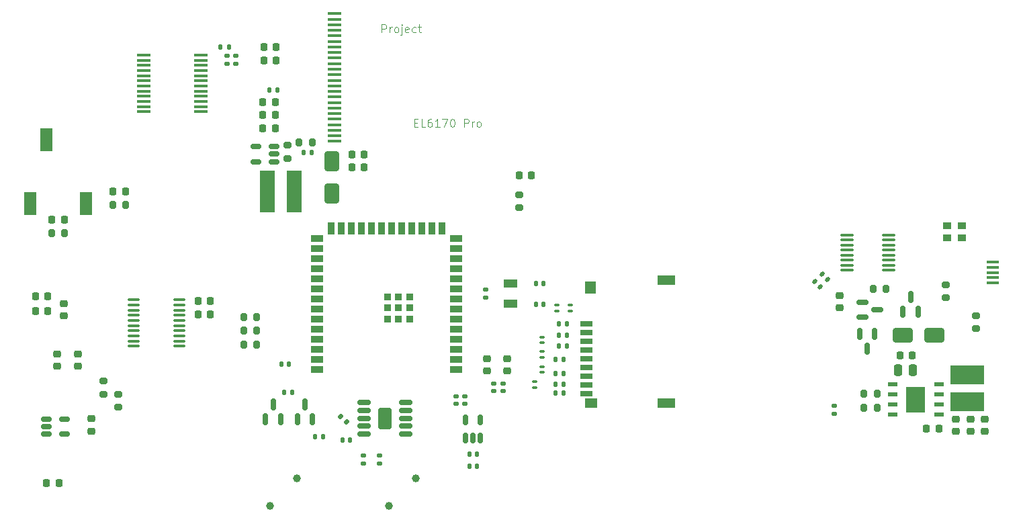
<source format=gbr>
%TF.GenerationSoftware,KiCad,Pcbnew,8.0.5-8.0.5-0~ubuntu24.04.1*%
%TF.CreationDate,2024-10-16T00:53:39+08:00*%
%TF.ProjectId,EL6170_Pro_Max_Plus,454c3631-3730-45f5-9072-6f5f4d61785f,rev?*%
%TF.SameCoordinates,Original*%
%TF.FileFunction,Paste,Top*%
%TF.FilePolarity,Positive*%
%FSLAX46Y46*%
G04 Gerber Fmt 4.6, Leading zero omitted, Abs format (unit mm)*
G04 Created by KiCad (PCBNEW 8.0.5-8.0.5-0~ubuntu24.04.1) date 2024-10-16 00:53:39*
%MOMM*%
%LPD*%
G01*
G04 APERTURE LIST*
G04 Aperture macros list*
%AMRoundRect*
0 Rectangle with rounded corners*
0 $1 Rounding radius*
0 $2 $3 $4 $5 $6 $7 $8 $9 X,Y pos of 4 corners*
0 Add a 4 corners polygon primitive as box body*
4,1,4,$2,$3,$4,$5,$6,$7,$8,$9,$2,$3,0*
0 Add four circle primitives for the rounded corners*
1,1,$1+$1,$2,$3*
1,1,$1+$1,$4,$5*
1,1,$1+$1,$6,$7*
1,1,$1+$1,$8,$9*
0 Add four rect primitives between the rounded corners*
20,1,$1+$1,$2,$3,$4,$5,0*
20,1,$1+$1,$4,$5,$6,$7,0*
20,1,$1+$1,$6,$7,$8,$9,0*
20,1,$1+$1,$8,$9,$2,$3,0*%
G04 Aperture macros list end*
%ADD10C,0.100000*%
%ADD11RoundRect,0.140000X0.140000X0.170000X-0.140000X0.170000X-0.140000X-0.170000X0.140000X-0.170000X0*%
%ADD12RoundRect,0.135000X0.135000X0.185000X-0.135000X0.185000X-0.135000X-0.185000X0.135000X-0.185000X0*%
%ADD13RoundRect,0.200000X0.200000X0.275000X-0.200000X0.275000X-0.200000X-0.275000X0.200000X-0.275000X0*%
%ADD14RoundRect,0.140000X0.219203X0.021213X0.021213X0.219203X-0.219203X-0.021213X-0.021213X-0.219203X0*%
%ADD15RoundRect,0.150000X0.150000X-0.587500X0.150000X0.587500X-0.150000X0.587500X-0.150000X-0.587500X0*%
%ADD16RoundRect,0.225000X0.225000X0.250000X-0.225000X0.250000X-0.225000X-0.250000X0.225000X-0.250000X0*%
%ADD17RoundRect,0.140000X-0.170000X0.140000X-0.170000X-0.140000X0.170000X-0.140000X0.170000X0.140000X0*%
%ADD18RoundRect,0.200000X-0.275000X0.200000X-0.275000X-0.200000X0.275000X-0.200000X0.275000X0.200000X0*%
%ADD19RoundRect,0.100000X-0.637500X-0.100000X0.637500X-0.100000X0.637500X0.100000X-0.637500X0.100000X0*%
%ADD20RoundRect,0.225000X-0.225000X-0.250000X0.225000X-0.250000X0.225000X0.250000X-0.225000X0.250000X0*%
%ADD21RoundRect,0.135000X-0.185000X0.135000X-0.185000X-0.135000X0.185000X-0.135000X0.185000X0.135000X0*%
%ADD22RoundRect,0.225000X0.250000X-0.225000X0.250000X0.225000X-0.250000X0.225000X-0.250000X-0.225000X0*%
%ADD23RoundRect,0.140000X-0.140000X-0.170000X0.140000X-0.170000X0.140000X0.170000X-0.140000X0.170000X0*%
%ADD24RoundRect,0.225000X-0.250000X0.225000X-0.250000X-0.225000X0.250000X-0.225000X0.250000X0.225000X0*%
%ADD25R,1.600000X0.700000*%
%ADD26R,1.600000X1.200000*%
%ADD27R,2.200000X1.200000*%
%ADD28R,1.400000X1.600000*%
%ADD29RoundRect,0.200000X-0.200000X-0.275000X0.200000X-0.275000X0.200000X0.275000X-0.200000X0.275000X0*%
%ADD30RoundRect,0.135000X-0.135000X-0.185000X0.135000X-0.185000X0.135000X0.185000X-0.135000X0.185000X0*%
%ADD31RoundRect,0.050000X0.250000X-0.100000X0.250000X0.100000X-0.250000X0.100000X-0.250000X-0.100000X0*%
%ADD32RoundRect,0.150000X0.150000X-0.512500X0.150000X0.512500X-0.150000X0.512500X-0.150000X-0.512500X0*%
%ADD33RoundRect,0.135000X0.226274X0.035355X0.035355X0.226274X-0.226274X-0.035355X-0.035355X-0.226274X0*%
%ADD34RoundRect,0.150000X-0.512500X-0.150000X0.512500X-0.150000X0.512500X0.150000X-0.512500X0.150000X0*%
%ADD35R,4.300000X2.400000*%
%ADD36RoundRect,0.050000X-0.250000X0.100000X-0.250000X-0.100000X0.250000X-0.100000X0.250000X0.100000X0*%
%ADD37R,1.500000X3.000000*%
%ADD38RoundRect,0.250000X-0.650000X1.000000X-0.650000X-1.000000X0.650000X-1.000000X0.650000X1.000000X0*%
%ADD39RoundRect,0.150000X-0.150000X0.587500X-0.150000X-0.587500X0.150000X-0.587500X0.150000X0.587500X0*%
%ADD40RoundRect,0.150000X-0.587500X-0.150000X0.587500X-0.150000X0.587500X0.150000X-0.587500X0.150000X0*%
%ADD41RoundRect,0.140000X0.170000X-0.140000X0.170000X0.140000X-0.170000X0.140000X-0.170000X-0.140000X0*%
%ADD42R,1.600000X0.400000*%
%ADD43C,1.000000*%
%ADD44R,1.000000X0.900000*%
%ADD45RoundRect,0.250000X0.595000X1.080000X-0.595000X1.080000X-0.595000X-1.080000X0.595000X-1.080000X0*%
%ADD46RoundRect,0.150000X0.687500X0.150000X-0.687500X0.150000X-0.687500X-0.150000X0.687500X-0.150000X0*%
%ADD47RoundRect,0.100000X-0.712500X-0.100000X0.712500X-0.100000X0.712500X0.100000X-0.712500X0.100000X0*%
%ADD48RoundRect,0.200000X0.275000X-0.200000X0.275000X0.200000X-0.275000X0.200000X-0.275000X-0.200000X0*%
%ADD49RoundRect,0.250000X-1.000000X-0.650000X1.000000X-0.650000X1.000000X0.650000X-1.000000X0.650000X0*%
%ADD50R,1.900000X5.300000*%
%ADD51R,1.750000X0.450000*%
%ADD52RoundRect,0.218750X-0.218750X-0.256250X0.218750X-0.256250X0.218750X0.256250X-0.218750X0.256250X0*%
%ADD53R,0.900000X0.900000*%
%ADD54R,1.500000X0.900000*%
%ADD55R,0.900000X1.500000*%
%ADD56RoundRect,0.135000X0.185000X-0.135000X0.185000X0.135000X-0.185000X0.135000X-0.185000X-0.135000X0*%
%ADD57R,1.800000X0.400000*%
%ADD58R,1.200000X0.600000*%
%ADD59R,2.400000X3.300000*%
%ADD60RoundRect,0.150000X0.512500X0.150000X-0.512500X0.150000X-0.512500X-0.150000X0.512500X-0.150000X0*%
%ADD61RoundRect,0.250000X-0.250000X-0.475000X0.250000X-0.475000X0.250000X0.475000X-0.250000X0.475000X0*%
%ADD62R,1.800000X1.000000*%
G04 APERTURE END LIST*
D10*
X138403884Y-70072419D02*
X138403884Y-69072419D01*
X138403884Y-69072419D02*
X138784836Y-69072419D01*
X138784836Y-69072419D02*
X138880074Y-69120038D01*
X138880074Y-69120038D02*
X138927693Y-69167657D01*
X138927693Y-69167657D02*
X138975312Y-69262895D01*
X138975312Y-69262895D02*
X138975312Y-69405752D01*
X138975312Y-69405752D02*
X138927693Y-69500990D01*
X138927693Y-69500990D02*
X138880074Y-69548609D01*
X138880074Y-69548609D02*
X138784836Y-69596228D01*
X138784836Y-69596228D02*
X138403884Y-69596228D01*
X139403884Y-70072419D02*
X139403884Y-69405752D01*
X139403884Y-69596228D02*
X139451503Y-69500990D01*
X139451503Y-69500990D02*
X139499122Y-69453371D01*
X139499122Y-69453371D02*
X139594360Y-69405752D01*
X139594360Y-69405752D02*
X139689598Y-69405752D01*
X140165789Y-70072419D02*
X140070551Y-70024800D01*
X140070551Y-70024800D02*
X140022932Y-69977180D01*
X140022932Y-69977180D02*
X139975313Y-69881942D01*
X139975313Y-69881942D02*
X139975313Y-69596228D01*
X139975313Y-69596228D02*
X140022932Y-69500990D01*
X140022932Y-69500990D02*
X140070551Y-69453371D01*
X140070551Y-69453371D02*
X140165789Y-69405752D01*
X140165789Y-69405752D02*
X140308646Y-69405752D01*
X140308646Y-69405752D02*
X140403884Y-69453371D01*
X140403884Y-69453371D02*
X140451503Y-69500990D01*
X140451503Y-69500990D02*
X140499122Y-69596228D01*
X140499122Y-69596228D02*
X140499122Y-69881942D01*
X140499122Y-69881942D02*
X140451503Y-69977180D01*
X140451503Y-69977180D02*
X140403884Y-70024800D01*
X140403884Y-70024800D02*
X140308646Y-70072419D01*
X140308646Y-70072419D02*
X140165789Y-70072419D01*
X140927694Y-69405752D02*
X140927694Y-70262895D01*
X140927694Y-70262895D02*
X140880075Y-70358133D01*
X140880075Y-70358133D02*
X140784837Y-70405752D01*
X140784837Y-70405752D02*
X140737218Y-70405752D01*
X140927694Y-69072419D02*
X140880075Y-69120038D01*
X140880075Y-69120038D02*
X140927694Y-69167657D01*
X140927694Y-69167657D02*
X140975313Y-69120038D01*
X140975313Y-69120038D02*
X140927694Y-69072419D01*
X140927694Y-69072419D02*
X140927694Y-69167657D01*
X141784836Y-70024800D02*
X141689598Y-70072419D01*
X141689598Y-70072419D02*
X141499122Y-70072419D01*
X141499122Y-70072419D02*
X141403884Y-70024800D01*
X141403884Y-70024800D02*
X141356265Y-69929561D01*
X141356265Y-69929561D02*
X141356265Y-69548609D01*
X141356265Y-69548609D02*
X141403884Y-69453371D01*
X141403884Y-69453371D02*
X141499122Y-69405752D01*
X141499122Y-69405752D02*
X141689598Y-69405752D01*
X141689598Y-69405752D02*
X141784836Y-69453371D01*
X141784836Y-69453371D02*
X141832455Y-69548609D01*
X141832455Y-69548609D02*
X141832455Y-69643847D01*
X141832455Y-69643847D02*
X141356265Y-69739085D01*
X142689598Y-70024800D02*
X142594360Y-70072419D01*
X142594360Y-70072419D02*
X142403884Y-70072419D01*
X142403884Y-70072419D02*
X142308646Y-70024800D01*
X142308646Y-70024800D02*
X142261027Y-69977180D01*
X142261027Y-69977180D02*
X142213408Y-69881942D01*
X142213408Y-69881942D02*
X142213408Y-69596228D01*
X142213408Y-69596228D02*
X142261027Y-69500990D01*
X142261027Y-69500990D02*
X142308646Y-69453371D01*
X142308646Y-69453371D02*
X142403884Y-69405752D01*
X142403884Y-69405752D02*
X142594360Y-69405752D01*
X142594360Y-69405752D02*
X142689598Y-69453371D01*
X142975313Y-69405752D02*
X143356265Y-69405752D01*
X143118170Y-69072419D02*
X143118170Y-69929561D01*
X143118170Y-69929561D02*
X143165789Y-70024800D01*
X143165789Y-70024800D02*
X143261027Y-70072419D01*
X143261027Y-70072419D02*
X143356265Y-70072419D01*
X142503884Y-81448609D02*
X142837217Y-81448609D01*
X142980074Y-81972419D02*
X142503884Y-81972419D01*
X142503884Y-81972419D02*
X142503884Y-80972419D01*
X142503884Y-80972419D02*
X142980074Y-80972419D01*
X143884836Y-81972419D02*
X143408646Y-81972419D01*
X143408646Y-81972419D02*
X143408646Y-80972419D01*
X144646741Y-80972419D02*
X144456265Y-80972419D01*
X144456265Y-80972419D02*
X144361027Y-81020038D01*
X144361027Y-81020038D02*
X144313408Y-81067657D01*
X144313408Y-81067657D02*
X144218170Y-81210514D01*
X144218170Y-81210514D02*
X144170551Y-81400990D01*
X144170551Y-81400990D02*
X144170551Y-81781942D01*
X144170551Y-81781942D02*
X144218170Y-81877180D01*
X144218170Y-81877180D02*
X144265789Y-81924800D01*
X144265789Y-81924800D02*
X144361027Y-81972419D01*
X144361027Y-81972419D02*
X144551503Y-81972419D01*
X144551503Y-81972419D02*
X144646741Y-81924800D01*
X144646741Y-81924800D02*
X144694360Y-81877180D01*
X144694360Y-81877180D02*
X144741979Y-81781942D01*
X144741979Y-81781942D02*
X144741979Y-81543847D01*
X144741979Y-81543847D02*
X144694360Y-81448609D01*
X144694360Y-81448609D02*
X144646741Y-81400990D01*
X144646741Y-81400990D02*
X144551503Y-81353371D01*
X144551503Y-81353371D02*
X144361027Y-81353371D01*
X144361027Y-81353371D02*
X144265789Y-81400990D01*
X144265789Y-81400990D02*
X144218170Y-81448609D01*
X144218170Y-81448609D02*
X144170551Y-81543847D01*
X145694360Y-81972419D02*
X145122932Y-81972419D01*
X145408646Y-81972419D02*
X145408646Y-80972419D01*
X145408646Y-80972419D02*
X145313408Y-81115276D01*
X145313408Y-81115276D02*
X145218170Y-81210514D01*
X145218170Y-81210514D02*
X145122932Y-81258133D01*
X146027694Y-80972419D02*
X146694360Y-80972419D01*
X146694360Y-80972419D02*
X146265789Y-81972419D01*
X147265789Y-80972419D02*
X147361027Y-80972419D01*
X147361027Y-80972419D02*
X147456265Y-81020038D01*
X147456265Y-81020038D02*
X147503884Y-81067657D01*
X147503884Y-81067657D02*
X147551503Y-81162895D01*
X147551503Y-81162895D02*
X147599122Y-81353371D01*
X147599122Y-81353371D02*
X147599122Y-81591466D01*
X147599122Y-81591466D02*
X147551503Y-81781942D01*
X147551503Y-81781942D02*
X147503884Y-81877180D01*
X147503884Y-81877180D02*
X147456265Y-81924800D01*
X147456265Y-81924800D02*
X147361027Y-81972419D01*
X147361027Y-81972419D02*
X147265789Y-81972419D01*
X147265789Y-81972419D02*
X147170551Y-81924800D01*
X147170551Y-81924800D02*
X147122932Y-81877180D01*
X147122932Y-81877180D02*
X147075313Y-81781942D01*
X147075313Y-81781942D02*
X147027694Y-81591466D01*
X147027694Y-81591466D02*
X147027694Y-81353371D01*
X147027694Y-81353371D02*
X147075313Y-81162895D01*
X147075313Y-81162895D02*
X147122932Y-81067657D01*
X147122932Y-81067657D02*
X147170551Y-81020038D01*
X147170551Y-81020038D02*
X147265789Y-80972419D01*
X148789599Y-81972419D02*
X148789599Y-80972419D01*
X148789599Y-80972419D02*
X149170551Y-80972419D01*
X149170551Y-80972419D02*
X149265789Y-81020038D01*
X149265789Y-81020038D02*
X149313408Y-81067657D01*
X149313408Y-81067657D02*
X149361027Y-81162895D01*
X149361027Y-81162895D02*
X149361027Y-81305752D01*
X149361027Y-81305752D02*
X149313408Y-81400990D01*
X149313408Y-81400990D02*
X149265789Y-81448609D01*
X149265789Y-81448609D02*
X149170551Y-81496228D01*
X149170551Y-81496228D02*
X148789599Y-81496228D01*
X149789599Y-81972419D02*
X149789599Y-81305752D01*
X149789599Y-81496228D02*
X149837218Y-81400990D01*
X149837218Y-81400990D02*
X149884837Y-81353371D01*
X149884837Y-81353371D02*
X149980075Y-81305752D01*
X149980075Y-81305752D02*
X150075313Y-81305752D01*
X150551504Y-81972419D02*
X150456266Y-81924800D01*
X150456266Y-81924800D02*
X150408647Y-81877180D01*
X150408647Y-81877180D02*
X150361028Y-81781942D01*
X150361028Y-81781942D02*
X150361028Y-81496228D01*
X150361028Y-81496228D02*
X150408647Y-81400990D01*
X150408647Y-81400990D02*
X150456266Y-81353371D01*
X150456266Y-81353371D02*
X150551504Y-81305752D01*
X150551504Y-81305752D02*
X150694361Y-81305752D01*
X150694361Y-81305752D02*
X150789599Y-81353371D01*
X150789599Y-81353371D02*
X150837218Y-81400990D01*
X150837218Y-81400990D02*
X150884837Y-81496228D01*
X150884837Y-81496228D02*
X150884837Y-81781942D01*
X150884837Y-81781942D02*
X150837218Y-81877180D01*
X150837218Y-81877180D02*
X150789599Y-81924800D01*
X150789599Y-81924800D02*
X150694361Y-81972419D01*
X150694361Y-81972419D02*
X150551504Y-81972419D01*
D11*
%TO.C,C48*%
X158780000Y-101700000D03*
X157820000Y-101700000D03*
%TD*%
D12*
%TO.C,R24*%
X161310000Y-115550000D03*
X160290000Y-115550000D03*
%TD*%
D13*
%TO.C,R23*%
X200825000Y-117400000D03*
X199175000Y-117400000D03*
%TD*%
D11*
%TO.C,C47*%
X158780000Y-104300000D03*
X157820000Y-104300000D03*
%TD*%
D14*
%TO.C,C25*%
X194589411Y-101189411D03*
X193910589Y-100510589D03*
%TD*%
D12*
%TO.C,R30*%
X161710000Y-106750000D03*
X160690000Y-106750000D03*
%TD*%
D15*
%TO.C,Q3*%
X204100000Y-105237500D03*
X206000000Y-105237500D03*
X205050000Y-103362500D03*
%TD*%
D16*
%TO.C,C7*%
X124975000Y-78850000D03*
X123425000Y-78850000D03*
%TD*%
D17*
%TO.C,C44*%
X152500000Y-114320000D03*
X152500000Y-115280000D03*
%TD*%
D18*
%TO.C,R18*%
X103300000Y-114000000D03*
X103300000Y-115650000D03*
%TD*%
D19*
%TO.C,U9*%
X107137500Y-103775000D03*
X107137500Y-104425000D03*
X107137500Y-105075000D03*
X107137500Y-105725000D03*
X107137500Y-106375000D03*
X107137500Y-107025000D03*
X107137500Y-107675000D03*
X107137500Y-108325000D03*
X107137500Y-108975000D03*
X107137500Y-109625000D03*
X112862500Y-109625000D03*
X112862500Y-108975000D03*
X112862500Y-108325000D03*
X112862500Y-107675000D03*
X112862500Y-107025000D03*
X112862500Y-106375000D03*
X112862500Y-105725000D03*
X112862500Y-105075000D03*
X112862500Y-104425000D03*
X112862500Y-103775000D03*
%TD*%
D20*
%TO.C,C4*%
X134625000Y-87100000D03*
X136175000Y-87100000D03*
%TD*%
D21*
%TO.C,R25*%
X120000000Y-72990000D03*
X120000000Y-74010000D03*
%TD*%
D20*
%TO.C,C3*%
X136175000Y-85425000D03*
X134625000Y-85425000D03*
%TD*%
D22*
%TO.C,C34*%
X100062500Y-112150000D03*
X100062500Y-110600000D03*
%TD*%
D23*
%TO.C,C20*%
X125720000Y-111900000D03*
X126680000Y-111900000D03*
%TD*%
D24*
%TO.C,C40*%
X214400000Y-118825000D03*
X214400000Y-120375000D03*
%TD*%
D25*
%TO.C,J2*%
X164200000Y-106800000D03*
X164200000Y-107900000D03*
X164200000Y-109000000D03*
X164200000Y-110100000D03*
X164200000Y-111200000D03*
X164200000Y-112300000D03*
X164200000Y-113400000D03*
X164200000Y-114500000D03*
X164200000Y-115600000D03*
D26*
X164800000Y-116800000D03*
D27*
X174300000Y-116800000D03*
X174300000Y-101300000D03*
D28*
X164700000Y-102200000D03*
%TD*%
D24*
%TO.C,C46*%
X196150000Y-103200000D03*
X196150000Y-104750000D03*
%TD*%
D29*
%TO.C,R17*%
X120975000Y-109380000D03*
X122625000Y-109380000D03*
%TD*%
D30*
%TO.C,R9*%
X126090000Y-115400000D03*
X127110000Y-115400000D03*
%TD*%
D11*
%TO.C,C16*%
X150380000Y-124700000D03*
X149420000Y-124700000D03*
%TD*%
D13*
%TO.C,R12*%
X129625000Y-83900000D03*
X127975000Y-83900000D03*
%TD*%
D24*
%TO.C,C35*%
X97500000Y-110600000D03*
X97500000Y-112150000D03*
%TD*%
%TO.C,C41*%
X212600000Y-118825000D03*
X212600000Y-120375000D03*
%TD*%
D31*
%TO.C,D8*%
X158600000Y-112900000D03*
X158600000Y-112200000D03*
%TD*%
D32*
%TO.C,U5*%
X148950000Y-121187500D03*
X149900000Y-121187500D03*
X150850000Y-121187500D03*
X150850000Y-118912500D03*
X148950000Y-118912500D03*
%TD*%
D21*
%TO.C,R6*%
X138100000Y-123390000D03*
X138100000Y-124410000D03*
%TD*%
D24*
%TO.C,C29*%
X98300000Y-104225000D03*
X98300000Y-105775000D03*
%TD*%
D33*
%TO.C,R7*%
X133960624Y-119160624D03*
X133239376Y-118439376D03*
%TD*%
D21*
%TO.C,R32*%
X118900000Y-72990000D03*
X118900000Y-74010000D03*
%TD*%
D34*
%TO.C,U10*%
X96114545Y-118773345D03*
X96114545Y-119723345D03*
X96114545Y-120673345D03*
X98389545Y-120673345D03*
X98389545Y-118773345D03*
%TD*%
D12*
%TO.C,R8*%
X131000000Y-121000000D03*
X129980000Y-121000000D03*
%TD*%
D24*
%TO.C,C42*%
X210800000Y-118825000D03*
X210800000Y-120375000D03*
%TD*%
D35*
%TO.C,L6*%
X212200000Y-113200000D03*
X212200000Y-116600000D03*
%TD*%
D36*
%TO.C,D10*%
X162200000Y-104450000D03*
X162200000Y-105150000D03*
%TD*%
D31*
%TO.C,D7*%
X158600000Y-111000000D03*
X158600000Y-110300000D03*
%TD*%
D21*
%TO.C,R5*%
X136100000Y-123390000D03*
X136100000Y-124410000D03*
%TD*%
D37*
%TO.C,Audio1*%
X94100000Y-91600000D03*
X96100000Y-83600000D03*
X101100000Y-91600000D03*
%TD*%
D38*
%TO.C,D3*%
X132100000Y-86325000D03*
X132100000Y-90325000D03*
%TD*%
D29*
%TO.C,R13*%
X104475000Y-91800000D03*
X106125000Y-91800000D03*
%TD*%
D14*
%TO.C,C24*%
X193639411Y-102139411D03*
X192960589Y-101460589D03*
%TD*%
D39*
%TO.C,Q4*%
X200550000Y-108062500D03*
X198650000Y-108062500D03*
X199600000Y-109937500D03*
%TD*%
D18*
%TO.C,R34*%
X213300000Y-105775000D03*
X213300000Y-107425000D03*
%TD*%
D12*
%TO.C,R26*%
X161710000Y-109550000D03*
X160690000Y-109550000D03*
%TD*%
D30*
%TO.C,R1*%
X124190000Y-77300000D03*
X125210000Y-77300000D03*
%TD*%
D40*
%TO.C,Q5*%
X198962500Y-104050000D03*
X198962500Y-105950000D03*
X200837500Y-105000000D03*
%TD*%
D41*
%TO.C,C18*%
X147800000Y-116900000D03*
X147800000Y-115940000D03*
%TD*%
D20*
%TO.C,C28*%
X96825000Y-93700000D03*
X98375000Y-93700000D03*
%TD*%
D13*
%TO.C,R21*%
X200825000Y-115600000D03*
X199175000Y-115600000D03*
%TD*%
D17*
%TO.C,C45*%
X153700000Y-114320000D03*
X153700000Y-115280000D03*
%TD*%
D16*
%TO.C,C1*%
X125075000Y-71950000D03*
X123525000Y-71950000D03*
%TD*%
D42*
%TO.C,USB1*%
X215400000Y-101630000D03*
X215400000Y-100980000D03*
X215400000Y-100330000D03*
X215400000Y-99680000D03*
X215400000Y-99030000D03*
%TD*%
D43*
%TO.C,SWRST1*%
X124300000Y-129700000D03*
X127700000Y-126300000D03*
%TD*%
D20*
%TO.C,C27*%
X104525000Y-90100000D03*
X106075000Y-90100000D03*
%TD*%
D12*
%TO.C,R28*%
X161310000Y-113050000D03*
X160290000Y-113050000D03*
%TD*%
D20*
%TO.C,C31*%
X94725000Y-103300000D03*
X96275000Y-103300000D03*
%TD*%
D44*
%TO.C,X2*%
X209680000Y-95980000D03*
X211520000Y-95980000D03*
X211520000Y-94420000D03*
X209680000Y-94420000D03*
%TD*%
D29*
%TO.C,R16*%
X120975000Y-107680000D03*
X122625000Y-107680000D03*
%TD*%
D16*
%TO.C,C6*%
X124975000Y-80500000D03*
X123425000Y-80500000D03*
%TD*%
D45*
%TO.C,U6*%
X138800000Y-118700000D03*
D46*
X141437500Y-120700000D03*
X141437500Y-119700000D03*
X141437500Y-118700000D03*
X141437500Y-117700000D03*
X141437500Y-116700000D03*
X136162500Y-116700000D03*
X136162500Y-117700000D03*
X136162500Y-118700000D03*
X136162500Y-119700000D03*
X136162500Y-120700000D03*
%TD*%
D47*
%TO.C,U8*%
X197050000Y-95577500D03*
X197050000Y-96212500D03*
X197050000Y-96847500D03*
X197050000Y-97482500D03*
X197050000Y-98117500D03*
X197050000Y-98752500D03*
X197050000Y-99387500D03*
X197050000Y-100022500D03*
X202325000Y-100022500D03*
X202325000Y-99387500D03*
X202325000Y-98752500D03*
X202325000Y-98117500D03*
X202325000Y-97482500D03*
X202325000Y-96847500D03*
X202325000Y-96212500D03*
X202325000Y-95577500D03*
%TD*%
D48*
%TO.C,R19*%
X105200000Y-117325000D03*
X105200000Y-115675000D03*
%TD*%
D11*
%TO.C,C17*%
X150380000Y-123200000D03*
X149420000Y-123200000D03*
%TD*%
D48*
%TO.C,R10*%
X155700568Y-92163495D03*
X155700568Y-90513495D03*
%TD*%
D49*
%TO.C,D5*%
X204050000Y-108200000D03*
X208050000Y-108200000D03*
%TD*%
D16*
%TO.C,C2*%
X125075000Y-73600000D03*
X123525000Y-73600000D03*
%TD*%
D12*
%TO.C,R33*%
X119110000Y-71900000D03*
X118090000Y-71900000D03*
%TD*%
D50*
%TO.C,L5*%
X124000000Y-90100000D03*
X127400000Y-90100000D03*
%TD*%
D29*
%TO.C,R15*%
X120975000Y-105980000D03*
X122625000Y-105980000D03*
%TD*%
D51*
%TO.C,U12*%
X108400000Y-72925000D03*
X108400000Y-73575000D03*
X108400000Y-74225000D03*
X108400000Y-74875000D03*
X108400000Y-75525000D03*
X108400000Y-76175000D03*
X108400000Y-76825000D03*
X108400000Y-77475000D03*
X108400000Y-78125000D03*
X108400000Y-78775000D03*
X108400000Y-79425000D03*
X108400000Y-80075000D03*
X115600000Y-80075000D03*
X115600000Y-79425000D03*
X115600000Y-78775000D03*
X115600000Y-78125000D03*
X115600000Y-77475000D03*
X115600000Y-76825000D03*
X115600000Y-76175000D03*
X115600000Y-75525000D03*
X115600000Y-74875000D03*
X115600000Y-74225000D03*
X115600000Y-73575000D03*
X115600000Y-72925000D03*
%TD*%
D29*
%TO.C,R22*%
X200325000Y-102400000D03*
X201975000Y-102400000D03*
%TD*%
D20*
%TO.C,C32*%
X115225000Y-103900000D03*
X116775000Y-103900000D03*
%TD*%
%TO.C,C33*%
X115225000Y-105600000D03*
X116775000Y-105600000D03*
%TD*%
D36*
%TO.C,D11*%
X160500000Y-104450000D03*
X160500000Y-105150000D03*
%TD*%
D52*
%TO.C,D2*%
X155712500Y-88100000D03*
X157287500Y-88100000D03*
%TD*%
D53*
%TO.C,U13*%
X141900000Y-103400000D03*
X141895606Y-106200000D03*
X141895606Y-104800000D03*
X140500000Y-103400000D03*
X140495606Y-106200000D03*
X140495606Y-104800000D03*
X139100000Y-103400000D03*
X139095606Y-106200000D03*
X139095606Y-104800000D03*
D54*
X147745606Y-112520000D03*
X147745606Y-111250000D03*
X147745606Y-109980000D03*
X147745606Y-108710000D03*
X147745606Y-107440000D03*
X147745606Y-106170000D03*
X147745606Y-104900000D03*
X147745606Y-103630000D03*
X147745606Y-102360000D03*
X147745606Y-101090000D03*
X147745606Y-99820000D03*
X147745606Y-98550000D03*
X147745606Y-97280000D03*
X147745606Y-96010000D03*
D55*
X145980606Y-94760000D03*
X144710606Y-94760000D03*
X143440606Y-94760000D03*
X142170606Y-94760000D03*
X140900606Y-94760000D03*
X139630606Y-94760000D03*
X138360606Y-94760000D03*
X137090606Y-94760000D03*
X135820606Y-94760000D03*
X134550606Y-94760000D03*
X133280606Y-94760000D03*
X132010606Y-94760000D03*
D54*
X130245606Y-96010000D03*
X130245606Y-97280000D03*
X130245606Y-98550000D03*
X130245606Y-99820000D03*
X130245606Y-101090000D03*
X130245606Y-102360000D03*
X130245606Y-103630000D03*
X130245606Y-104900000D03*
X130245606Y-106170000D03*
X130245606Y-107440000D03*
X130245606Y-108710000D03*
X130245606Y-109980000D03*
X130245606Y-111250000D03*
X130245606Y-112520000D03*
%TD*%
D41*
%TO.C,C19*%
X148900000Y-116900000D03*
X148900000Y-115940000D03*
%TD*%
D56*
%TO.C,R4*%
X151500000Y-103510000D03*
X151500000Y-102490000D03*
%TD*%
D57*
%TO.C,SH1*%
X132400000Y-83800000D03*
X132400000Y-83100000D03*
X132400000Y-82400000D03*
X132400000Y-81700000D03*
X132400000Y-81000000D03*
X132400000Y-80300000D03*
X132400000Y-79600000D03*
X132400000Y-78900000D03*
X132400000Y-78200000D03*
X132400000Y-77500000D03*
X132400000Y-76800000D03*
X132400000Y-76100000D03*
X132400000Y-75400000D03*
X132400000Y-74700000D03*
X132400000Y-74000000D03*
X132400000Y-73300000D03*
X132400000Y-72600000D03*
X132400000Y-71900000D03*
X132400000Y-71200000D03*
X132400000Y-70500000D03*
X132400000Y-69800000D03*
X132400000Y-69100000D03*
X132400000Y-68400000D03*
X132400000Y-67700000D03*
%TD*%
D16*
%TO.C,C43*%
X208612990Y-119992532D03*
X207062990Y-119992532D03*
%TD*%
D58*
%TO.C,U11*%
X202790000Y-114440000D03*
X202790000Y-115710000D03*
X202790000Y-116990000D03*
X202790000Y-118260000D03*
X208610000Y-118260000D03*
X208610000Y-116990000D03*
X208610000Y-115710000D03*
X208610000Y-114440000D03*
D59*
X205700000Y-116350000D03*
%TD*%
D15*
%TO.C,Q1*%
X123750000Y-118837500D03*
X125650000Y-118837500D03*
X124700000Y-116962500D03*
%TD*%
D24*
%TO.C,C49*%
X154210000Y-111200000D03*
X154210000Y-112750000D03*
%TD*%
D29*
%TO.C,R14*%
X96775000Y-95400000D03*
X98425000Y-95400000D03*
%TD*%
D48*
%TO.C,R35*%
X209500000Y-103525000D03*
X209500000Y-101875000D03*
%TD*%
D16*
%TO.C,C5*%
X124975000Y-82150000D03*
X123425000Y-82150000D03*
%TD*%
D60*
%TO.C,U2*%
X124837500Y-86350000D03*
X124837500Y-85400000D03*
X124837500Y-84450000D03*
X122562500Y-84450000D03*
X122562500Y-86350000D03*
%TD*%
D43*
%TO.C,SWBOOT1*%
X139300000Y-129700000D03*
X142700000Y-126300000D03*
%TD*%
D23*
%TO.C,C26*%
X128570000Y-85200000D03*
X129530000Y-85200000D03*
%TD*%
D12*
%TO.C,R31*%
X161710000Y-108250000D03*
X160690000Y-108250000D03*
%TD*%
D15*
%TO.C,Q2*%
X127750000Y-118837500D03*
X129650000Y-118837500D03*
X128700000Y-116962500D03*
%TD*%
D61*
%TO.C,C39*%
X203450000Y-112600000D03*
X205350000Y-112600000D03*
%TD*%
D31*
%TO.C,D6*%
X158600000Y-109150000D03*
X158600000Y-108450000D03*
%TD*%
D20*
%TO.C,C36*%
X96152045Y-126823345D03*
X97702045Y-126823345D03*
%TD*%
%TO.C,C38*%
X203725000Y-110800000D03*
X205275000Y-110800000D03*
%TD*%
D24*
%TO.C,C50*%
X151700000Y-111200000D03*
X151700000Y-112750000D03*
%TD*%
D18*
%TO.C,R11*%
X126500000Y-84275000D03*
X126500000Y-85925000D03*
%TD*%
D23*
%TO.C,C21*%
X133420000Y-121400000D03*
X134380000Y-121400000D03*
%TD*%
D16*
%TO.C,C30*%
X96275000Y-105200000D03*
X94725000Y-105200000D03*
%TD*%
D24*
%TO.C,C37*%
X101752045Y-118748345D03*
X101752045Y-120298345D03*
%TD*%
D62*
%TO.C,Y1*%
X154600000Y-104250000D03*
X154600000Y-101750000D03*
%TD*%
D12*
%TO.C,R27*%
X161310000Y-111250000D03*
X160290000Y-111250000D03*
%TD*%
D31*
%TO.C,D9*%
X157700000Y-114800000D03*
X157700000Y-114100000D03*
%TD*%
D12*
%TO.C,R29*%
X161310000Y-114450000D03*
X160290000Y-114450000D03*
%TD*%
D21*
%TO.C,R36*%
X195450000Y-117140000D03*
X195450000Y-118160000D03*
%TD*%
M02*

</source>
